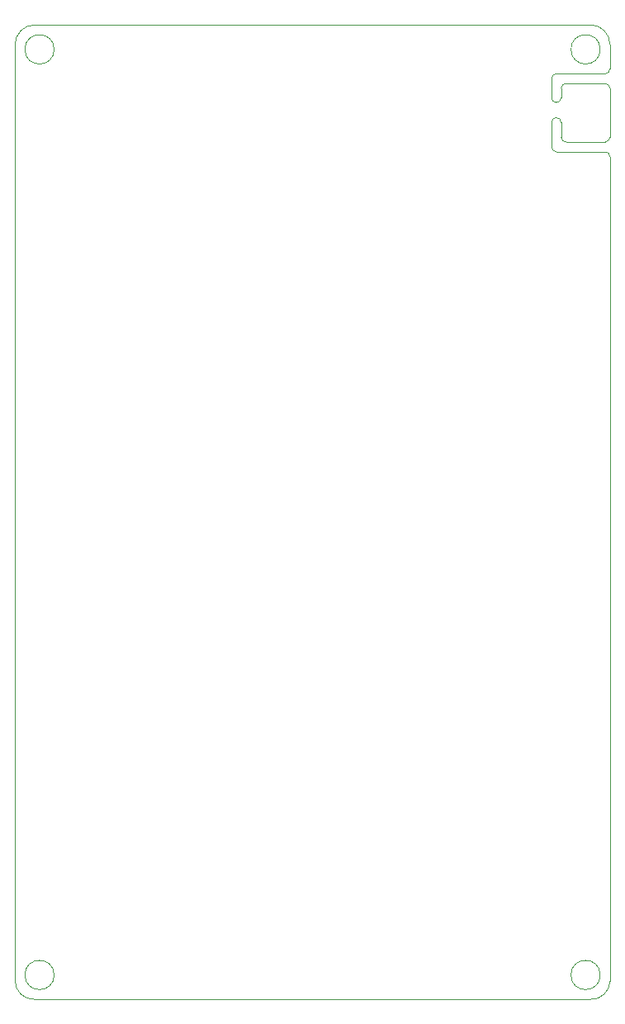
<source format=gm1>
G04 #@! TF.GenerationSoftware,KiCad,Pcbnew,(6.0.5)*
G04 #@! TF.CreationDate,2022-05-16T10:08:24+02:00*
G04 #@! TF.ProjectId,ruche,72756368-652e-46b6-9963-61645f706362,rev?*
G04 #@! TF.SameCoordinates,Original*
G04 #@! TF.FileFunction,Profile,NP*
%FSLAX46Y46*%
G04 Gerber Fmt 4.6, Leading zero omitted, Abs format (unit mm)*
G04 Created by KiCad (PCBNEW (6.0.5)) date 2022-05-16 10:08:24*
%MOMM*%
%LPD*%
G01*
G04 APERTURE LIST*
G04 #@! TA.AperFunction,Profile*
%ADD10C,0.050000*%
G04 #@! TD*
G04 APERTURE END LIST*
D10*
X98500000Y-169010000D02*
X155500000Y-169010000D01*
X157500000Y-80610000D02*
X157500000Y-75610000D01*
X157499999Y-71110000D02*
G75*
G03*
X155500000Y-69100000I-1999996J9979D01*
G01*
X96500000Y-80390000D02*
X96500000Y-167110000D01*
X152500000Y-76560000D02*
X152500000Y-75610000D01*
X157000000Y-81110000D02*
G75*
G03*
X157500000Y-80610000I0J500000D01*
G01*
X153000000Y-81110000D02*
X157000000Y-81110000D01*
X156500000Y-71610000D02*
G75*
G03*
X156500000Y-71610000I-1500000J0D01*
G01*
X157000000Y-74110000D02*
X152000000Y-74110000D01*
X98500000Y-69100000D02*
X125900000Y-69100000D01*
X157500000Y-75610000D02*
G75*
G03*
X157000000Y-75110000I-500000J0D01*
G01*
X152000000Y-74110000D02*
G75*
G03*
X151500000Y-74610000I0J-500000D01*
G01*
X152500000Y-79110000D02*
G75*
G03*
X151500000Y-79110000I-500000J0D01*
G01*
X100500000Y-166510000D02*
G75*
G03*
X100500000Y-166510000I-1500000J0D01*
G01*
X157000000Y-82110000D02*
X152000000Y-82110000D01*
X155500000Y-69100000D02*
X125900000Y-69100000D01*
X151500000Y-81610000D02*
X151500000Y-79110000D01*
X152500000Y-79110000D02*
X152500000Y-80610000D01*
X152500000Y-80610000D02*
G75*
G03*
X153000000Y-81110000I500000J0D01*
G01*
X98500000Y-69100000D02*
G75*
G03*
X96500000Y-71110000I10025J-2010000D01*
G01*
X155500000Y-169010000D02*
G75*
G03*
X157500000Y-167110000I97500J1900000D01*
G01*
X151500000Y-81610000D02*
G75*
G03*
X152000000Y-82110000I500000J0D01*
G01*
X96500000Y-167110000D02*
G75*
G03*
X98500000Y-169010000I1902500J0D01*
G01*
X157500000Y-82610000D02*
G75*
G03*
X157000000Y-82110000I-500000J0D01*
G01*
X156500000Y-166510000D02*
G75*
G03*
X156500000Y-166510000I-1500000J0D01*
G01*
X153000000Y-75110000D02*
X157000000Y-75110000D01*
X157500000Y-73610000D02*
X157500000Y-71110000D01*
X153000000Y-75110000D02*
G75*
G03*
X152500000Y-75610000I0J-500000D01*
G01*
X151500000Y-74610000D02*
X151500000Y-76560000D01*
X157000000Y-74110000D02*
G75*
G03*
X157500000Y-73610000I0J500000D01*
G01*
X96500000Y-80390000D02*
X96500000Y-71110000D01*
X151500000Y-76560000D02*
G75*
G03*
X152500000Y-76560000I500000J0D01*
G01*
X157500000Y-167110000D02*
X157500000Y-82610000D01*
X100500000Y-71610000D02*
G75*
G03*
X100500000Y-71610000I-1500000J0D01*
G01*
M02*

</source>
